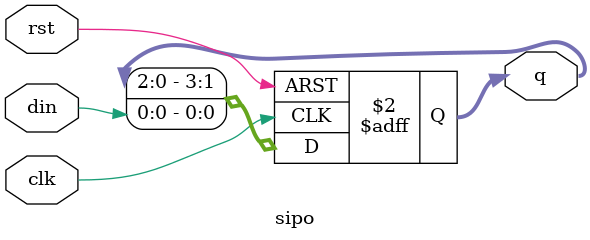
<source format=v>
`timescale 1ns / 1ps

module sipo (
  input clk, rst, din,
  output reg [3:0] q
);
  always @(posedge clk or posedge rst) begin
    if (rst)
      q <= 4'b0000;
    else
      q <= {q[2:0], din}; // shift left, serial in
  end
endmodule

//Dataflow Modelling//
/*module sipo_dataflow (
  input clk, reset, d_in,
  output [3:0] q
);
  reg [3:0] temp;
  assign q = temp; // parallel output

  always @(posedge clk or posedge reset) begin
    if (reset)
      temp <= 4'b0000;
    else
      temp <= {temp[2:0], d_in}; // shift left
  end
endmodule */

//Gate level modelling //
/*module dff (input clk, reset, d, output reg q);
  always @(posedge clk or posedge reset) begin
    if (reset) q <= 0;
    else q <= d;
  end
endmodule

module sipo_structural (
  input clk, reset, d_in,
  output [3:0] q
);
  wire q0, q1, q2, q3;

  dff dff0(clk, reset, d_in, q0);
  dff dff1(clk, reset, q0, q1);
  dff dff2(clk, reset, q1, q2);
  dff dff3(clk, reset, q2, q3);

  assign q = {q3, q2, q1, q0}; // parallel output
endmodule */
</source>
